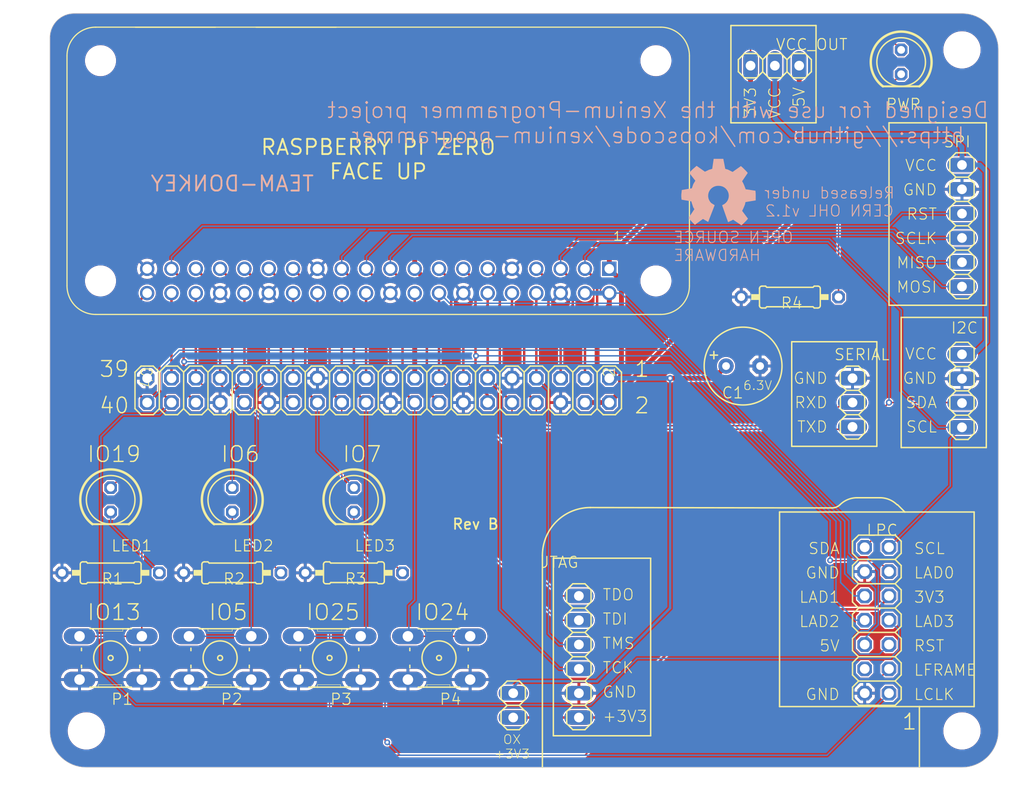
<source format=kicad_pcb>
(kicad_pcb (version 20211014) (generator pcbnew)
  (layers (0 "F.Cu" signal) (31 "B.Cu" signal) (34 "B.Paste" user) (35 "F.Paste" user) (36 "B.SilkS" user "B.Silkscreen") (37 "F.SilkS" user "F.Silkscreen") (38 "B.Mask" user) (39 "F.Mask" user) (44 "Edge.Cuts" user))
  (net 0 "")
  (net 1 "GND")
  (net 2 "+3V3")
  (net 3 "TCK")
  (net 4 "TMS")
  (net 5 "TDO")
  (net 6 "TDI")
  (net 7 "LED1")
  (net 8 "SW_P4")
  (net 9 "SDA")
  (net 10 "SCL")
  (net 11 "MOSI")
  (net 12 "MISO")
  (net 13 "SCLK")
  (net 14 "N$36")
  (net 15 "ICSP_RST")
  (net 16 "VCC_OUT")
  (net 17 "+5V")
  (net 18 "LCLK")
  (net 19 "LFRAME")
  (net 20 "LAD3")
  (net 21 "LAD0")
  (net 22 "LAD2")
  (net 23 "LAD1")
  (net 24 "LPC_RST")
  (net 25 "LED3")
  (net 26 "SW_P2")
  (net 27 "SW_P1")
  (net 28 "SW_P3")
  (net 29 "N$2")
  (net 30 "N$1")
  (net 31 "N$3")
  (net 32 "N$4")
  (net 33 "N$5")
  (net 34 "TXD")
  (net 35 "RXD")
  (net 36 "LED2")
  (net 37 "N$6")
  (footprint "xenium-programmer-rpi:0207_10" (layer "F.Cu") (at 118.0211 124.0536)
    (fp_text reference "R2")
    (fp_text value "")
  )
  (footprint "xenium-programmer-rpi:2X07" (layer "F.Cu") (at 185.3311 129.0066 90)
    (fp_text reference "LPC")
    (fp_text value "")
  )
  (footprint "" (layer "F.Cu") (at 194.2211 69.4436)
    (fp_text reference "@HOLE2" hide)
    (fp_text value "")
  )
  (footprint "xenium-programmer-rpi:LED5MM" (layer "F.Cu") (at 105.3211 116.4336 -90)
    (fp_text reference "LED1")
    (fp_text value "")
  )
  (footprint "" (layer "F.Cu") (at 194.2211 140.5636)
    (fp_text reference "@HOLE1" hide)
    (fp_text value "")
  )
  (footprint "xenium-programmer-rpi:LED5MM" (layer "F.Cu") (at 187.8711 70.7136 -90)
    (fp_text reference "PWR")
    (fp_text value "")
  )
  (footprint "xenium-programmer-rpi:LED5MM" (layer "F.Cu") (at 118.0211 116.4336 -90)
    (fp_text reference "LED2")
    (fp_text value "")
  )
  (footprint "xenium-programmer-rpi:1X02" (layer "F.Cu") (at 147.3581 137.8966 -90)
    (fp_text reference "JP1" hide)
    (fp_text value "")
  )
  (footprint "xenium-programmer-rpi:2X20" (layer "F.Cu") (at 133.2611 105.0036 180)
    (fp_text reference "JP3" hide)
    (fp_text value "")
  )
  (footprint "xenium-programmer-rpi:E3,5-8" (layer "F.Cu") (at 171.3611 102.4636)
    (fp_text reference "C1")
    (fp_text value "150µF")
  )
  (footprint "xenium-programmer-rpi:1X03" (layer "F.Cu") (at 182.7911 106.2736 -90)
    (fp_text reference "SERIAL")
    (fp_text value "")
  )
  (footprint "xenium-programmer-rpi:B3F-10XX" (layer "F.Cu") (at 128.1811 132.9436)
    (fp_text reference "P3")
    (fp_text value "B3F-1052" hide)
  )
  (footprint "xenium-programmer-rpi:1X06" (layer "F.Cu") (at 194.2211 87.8136 -90)
    (fp_text reference "SPI")
    (fp_text value "")
  )
  (footprint "xenium-programmer-rpi:0207_10" (layer "F.Cu") (at 176.2506 95.25635)
    (fp_text reference "R4")
    (fp_text value "")
  )
  (footprint "xenium-programmer-rpi:1X06" (layer "F.Cu") (at 154.2161 132.8166 90)
    (fp_text reference "JTAG")
    (fp_text value "")
  )
  (footprint "xenium-programmer-rpi:B3F-10XX" (layer "F.Cu") (at 116.7511 132.9436)
    (fp_text reference "P2")
    (fp_text value "B3F-1052" hide)
  )
  (footprint "xenium-programmer-rpi:1X03" (layer "F.Cu") (at 174.6811 71.0936)
    (fp_text reference "VCC_OUT")
    (fp_text value "")
  )
  (footprint "xenium-programmer-rpi:1X04" (layer "F.Cu") (at 194.2211 105.0536 -90)
    (fp_text reference "I2C")
    (fp_text value "")
  )
  (footprint "xenium-programmer-rpi:LED5MM" (layer "F.Cu") (at 130.7211 116.4336 -90)
    (fp_text reference "LED3")
    (fp_text value "")
  )
  (footprint "xenium-programmer-rpi:B3F-10XX" (layer "F.Cu") (at 139.6111 132.9436)
    (fp_text reference "P4")
    (fp_text value "B3F-1052" hide)
  )
  (footprint "xenium-programmer-rpi:0207_10" (layer "F.Cu") (at 105.3211 124.0536)
    (fp_text reference "R1")
    (fp_text value "")
  )
  (footprint "xenium-programmer-rpi:ADA3708_RPI-ZERO" (layer "F.Cu") (at 133.2611 93.5736 180)
    (fp_text reference "RPI_ZERO" hide)
    (fp_text value "ADA3708" hide)
  )
  (footprint "" (layer "F.Cu") (at 102.7811 140.5636)
    (fp_text reference "@HOLE0" hide)
    (fp_text value "")
  )
  (footprint "xenium-programmer-rpi:B3F-10XX" (layer "F.Cu") (at 105.3211 132.9436)
    (fp_text reference "P1")
    (fp_text value "B3F-1052" hide)
  )
  (footprint "xenium-programmer-rpi:0207_10" (layer "F.Cu") (at 130.7211 124.0536)
    (fp_text reference "R3")
    (fp_text value "")
  )
  (footprint "xenium-programmer-rpi:OSHW_8MM" (layer "B.Cu") (at 168.8211 84.6836 180)
    (fp_text reference "GOLD_ORB_SM1" hide)
    (fp_text value "OSHWLOGOLOGO8MM" hide)
  )
  (gr_line (start 189.7761 138.0236) (end 175.1711 138.0236) (layer "F.SilkS") (width 0.1524))
  (gr_line (start 180.64809 117.27985) (end 155.414218 117.237975) (layer "F.SilkS") (width 0.1524))
  (gr_line (start 186.6011 77.0636) (end 186.6011 96.1136) (layer "F.SilkS") (width 0.1524))
  (gr_line (start 189.7761 138.0236) (end 189.7761 144.3736) (layer "F.SilkS") (width 0.1524))
  (gr_line (start 151.5491 141.0716) (end 161.7091 141.0716) (layer "F.SilkS") (width 0.1524))
  (gr_line (start 196.7611 96.1136) (end 196.7611 77.0636) (layer "F.SilkS") (width 0.1524))
  (gr_line (start 178.9811 77.0636) (end 178.9811 66.9036) (layer "F.SilkS") (width 0.1524))
  (gr_line (start 161.7091 122.5296) (end 151.5491 122.5296) (layer "F.SilkS") (width 0.1524))
  (gr_line (start 151.5491 122.5296) (end 151.5491 141.0716) (layer "F.SilkS") (width 0.1524))
  (gr_line (start 170.0911 77.0636) (end 178.9811 77.0636) (layer "F.SilkS") (width 0.1524))
  (gr_line (start 195.4911 117.7036) (end 195.4911 138.0236) (layer "F.SilkS") (width 0.1524))
  (gr_line (start 176.4411 110.8456) (end 176.4411 99.9236) (layer "F.SilkS") (width 0.1524))
  (gr_line (start 178.9811 66.9036) (end 170.0911 66.9036) (layer "F.SilkS") (width 0.1524))
  (gr_line (start 185.660681 116.213666) (end 183.266837 116.213666) (layer "F.SilkS") (width 0.1524))
  (gr_line (start 161.7091 141.0716) (end 161.7091 122.5296) (layer "F.SilkS") (width 0.1524))
  (gr_line (start 188.2521 117.7036) (end 195.4911 117.7036) (layer "F.SilkS") (width 0.1524))
  (gr_line (start 175.1711 117.7036) (end 188.2521 117.7036) (layer "F.SilkS") (width 0.1524))
  (gr_arc (start 181.491703 116.936938) (mid 181.103559 117.19121) (end 180.64809 117.279851) (layer "F.SilkS") (width 0.1524))
  (gr_line (start 175.1711 138.0236) (end 175.1711 117.7036) (layer "F.SilkS") (width 0.1524))
  (gr_line (start 196.7611 97.3836) (end 196.7611 110.9726) (layer "F.SilkS") (width 0.1524))
  (gr_line (start 196.7611 77.0636) (end 186.6011 77.0636) (layer "F.SilkS") (width 0.1524))
  (gr_line (start 150.4061 122.2756) (end 150.4061 144.3736) (layer "F.SilkS") (width 0.1524))
  (gr_line (start 176.4411 99.9236) (end 185.3311 99.9236) (layer "F.SilkS") (width 0.1524))
  (gr_line (start 187.8711 97.3836) (end 196.7611 97.3836) (layer "F.SilkS") (width 0.1524))
  (gr_line (start 170.0911 66.9036) (end 170.0911 77.0636) (layer "F.SilkS") (width 0.1524))
  (gr_arc (start 181.491703 116.936938) (mid 182.308424 116.401424) (end 183.266837 116.213666) (layer "F.SilkS") (width 0.1524))
  (gr_line (start 186.6011 96.1136) (end 196.7611 96.1136) (layer "F.SilkS") (width 0.1524))
  (gr_line (start 195.4911 138.0236) (end 189.7761 138.0236) (layer "F.SilkS") (width 0.1524))
  (gr_arc (start 185.660681 116.213666) (mid 186.628859 116.405425) (end 187.45085 116.95175) (layer "F.SilkS") (width 0.1524))
  (gr_line (start 185.3311 110.8456) (end 185.3311 99.9236) (layer "F.SilkS") (width 0.1524))
  (gr_arc (start 150.405919 122.237969) (mid 151.87331 118.699492) (end 155.414218 117.237975) (layer "F.SilkS") (width 0.1524))
  (gr_line (start 187.4901 116.9416) (end 188.2521 117.7036) (layer "F.SilkS") (width 0.1524))
  (gr_line (start 196.7611 110.9726) (end 187.8711 110.9726) (layer "F.SilkS") (width 0.1524))
  (gr_line (start 187.8711 110.9726) (end 187.8711 97.3836) (layer "F.SilkS") (width 0.1524))
  (gr_line (start 176.4411 110.8456) (end 185.3311 110.8456) (layer "F.SilkS") (width 0.1524))
  (gr_arc (start 198.0311 140.5636) (mid 196.915177 143.257677) (end 194.2211 144.3736) (layer "Edge.Cuts") (width 0.05))
  (gr_arc (start 102.7811 144.3736) (mid 100.087023 143.257677) (end 98.9711 140.5636) (layer "Edge.Cuts") (width 0.05))
  (gr_arc (start 98.9711 68.1736) (mid 99.715049 66.377549) (end 101.5111 65.6336) (layer "Edge.Cuts") (width 0.05))
  (gr_line (start 102.7811 144.3736) (end 194.2211 144.3736) (layer "Edge.Cuts") (width 0.05))
  (gr_line (start 198.0311 140.5636) (end 198.0311 69.4436) (layer "Edge.Cuts") (width 0.05))
  (gr_line (start 98.9711 68.1736) (end 98.9711 140.5636) (layer "Edge.Cuts") (width 0.05))
  (gr_arc (start 194.2211 65.6336) (mid 196.915177 66.749523) (end 198.0311 69.4436) (layer "Edge.Cuts") (width 0.05))
  (gr_line (start 194.2211 65.6336) (end 101.5111 65.6336) (layer "Edge.Cuts") (width 0.05))
  (gr_text "Designed for use with the Xenium-Programmer project\nhttps://github.com/kooscode/xenium-programmer" (at 162.4711 77.0636) (layer "B.SilkS") (effects (font (size 1.63576 1.63576) (thickness 0.14224)) (justify mirror)))
  (gr_text "Released under\nCERN OHL v1.2" (at 180.3781 85.3186) (layer "B.SilkS") (effects (font (size 1.1684 1.1684) (thickness 0.1016)) (justify mirror)))
  (gr_text "TEAM-DONKEY" (at 118.0211 83.4136) (layer "B.SilkS") (effects (font (size 1.58242 1.58242) (thickness 0.19558)) (justify mirror)))
  (gr_text "IO6" (at 116.7511 112.6236) (layer "F.SilkS") (effects (font (size 1.63576 1.63576) (thickness 0.14224)) (justify left bottom)))
  (gr_text "5V" (at 177.2031 73.2536 90) (layer "F.SilkS") (effects (font (size 1.1684 1.1684) (thickness 0.1016)) (justify right)))
  (gr_text "SCL" (at 191.6811 108.8136) (layer "F.SilkS") (effects (font (size 1.1684 1.1684) (thickness 0.1016)) (justify right)))
  (gr_text "40" (at 109.1311 102.4636 90) (layer "F.SilkS") (effects (font (size 1.1684 1.1684) (thickness 0.1016)) (justify right)))
  (gr_text "40" (at 104.0511 107.5436) (layer "F.SilkS") (effects (font (size 1.63576 1.63576) (thickness 0.14224)) (justify left bottom)))
  (gr_text "1" (at 187.8711 140.5636) (layer "F.SilkS") (effects (font (size 1.63576 1.63576) (thickness 0.14224)) (justify left bottom)))
  (gr_text "39" (at 104.0511 103.7336) (layer "F.SilkS") (effects (font (size 1.63576 1.63576) (thickness 0.14224)) (justify left bottom)))
  (gr_text "LFRAME" (at 189.1411 134.2136) (layer "F.SilkS") (effects (font (size 1.1684 1.1684) (thickness 0.1016)) (justify left)))
  (gr_text "IO25" (at 125.6411 129.1336) (layer "F.SilkS") (effects (font (size 1.63576 1.63576) (thickness 0.14224)) (justify left bottom)))
  (gr_text "LAD1" (at 181.5211 126.5936) (layer "F.SilkS") (effects (font (size 1.1684 1.1684) (thickness 0.1016)) (justify right)))
  (gr_text "GND" (at 181.5211 136.7536) (layer "F.SilkS") (effects (font (size 1.1684 1.1684) (thickness 0.1016)) (justify right)))
  (gr_text "RST" (at 189.1411 131.6736) (layer "F.SilkS") (effects (font (size 1.1684 1.1684) (thickness 0.1016)) (justify left)))
  (gr_text "3V3" (at 189.1411 126.5936) (layer "F.SilkS") (effects (font (size 1.1684 1.1684) (thickness 0.1016)) (justify left)))
  (gr_text "3V3" (at 172.1231 73.2536 90) (layer "F.SilkS") (effects (font (size 1.1684 1.1684) (thickness 0.1016)) (justify right)))
  (gr_text "SDA" (at 191.6811 106.2736) (layer "F.SilkS") (effects (font (size 1.1684 1.1684) (thickness 0.1016)) (justify right)))
  (gr_text "IO7" (at 129.4511 112.6236) (layer "F.SilkS") (effects (font (size 1.63576 1.63576) (thickness 0.14224)) (justify left bottom)))
  (gr_text "LAD2" (at 181.5211 129.1336) (layer "F.SilkS") (effects (font (size 1.1684 1.1684) (thickness 0.1016)) (justify right)))
  (gr_text "TCK" (at 156.6291 133.9596) (layer "F.SilkS") (effects (font (size 1.1684 1.1684) (thickness 0.1016)) (justify left)))
  (gr_text "SCLK" (at 191.6811 89.1286) (layer "F.SilkS") (effects (font (size 1.1684 1.1684) (thickness 0.1016)) (justify right)))
  (gr_text "SCL" (at 189.1411 121.5136) (layer "F.SilkS") (effects (font (size 1.1684 1.1684) (thickness 0.1016)) (justify left)))
  (gr_text "TXD" (at 180.2511 108.8136) (layer "F.SilkS") (effects (font (size 1.1684 1.1684) (thickness 0.1016)) (justify right)))
  (gr_text "OX\n+3V3" (at 147.2311 142.2146) (layer "F.SilkS") (effects (font (size 0.93472 0.93472) (thickness 0.08128))))
  (gr_text "IO24" (at 137.0711 129.1336) (layer "F.SilkS") (effects (font (size 1.63576 1.63576) (thickness 0.14224)) (justify left bottom)))
  (gr_text "5V" (at 181.5211 131.6736) (layer "F.SilkS") (effects (font (size 1.1684 1.1684) (thickness 0.1016)) (justify right)))
  (gr_text "VCC" (at 191.6811 81.5086) (layer "F.SilkS") (effects (font (size 1.1684 1.1684) (thickness 0.1016)) (justify right)))
  (gr_text "Rev B" (at 143.4211 118.9736) (layer "F.SilkS") (effects (font (size 1.0922 1.0922) (thickness 0.1778))))
  (gr_text "VCC" (at 191.6811 101.1936) (layer "F.SilkS") (effects (font (size 1.1684 1.1684) (thickness 0.1016)) (justify right)))
  (gr_text "GND" (at 191.6811 103.7336) (layer "F.SilkS") (effects (font (size 1.1684 1.1684) (thickness 0.1016)) (justify right)))
  (gr_text "IO19" (at 102.7811 112.6236) (layer "F.SilkS") (effects (font (size 1.63576 1.63576) (thickness 0.14224)) (justify left bottom)))
  (gr_text "RASPBERRY PI ZERO\nFACE UP" (at 133.2611 80.8736) (layer "F.SilkS") (effects (font (size 1.58242 1.58242) (thickness 0.19558))))
  (gr_text "TDI" (at 156.6291 128.8796) (layer "F.SilkS") (effects (font (size 1.1684 1.1684) (thickness 0.1016)) (justify left)))
  (gr_text "LAD0" (at 189.1411 124.0536) (layer "F.SilkS") (effects (font (size 1.1684 1.1684) (thickness 0.1016)) (justify left)))
  (gr_text "6.3V" (at 172.8851 104.4956) (layer "F.SilkS") (effects (font (size 0.93472 0.93472) (thickness 0.08128))))
  (gr_text "IO13" (at 102.7811 129.1336) (layer "F.SilkS") (effects (font (size 1.63576 1.63576) (thickness 0.14224)) (justify left bottom)))
  (gr_text "GND" (at 191.6811 84.0486) (layer "F.SilkS") (effects (font (size 1.1684 1.1684) (thickness 0.1016)) (justify right)))
  (gr_text "GND" (at 180.2511 103.7336) (layer "F.SilkS") (effects (font (size 1.1684 1.1684) (thickness 0.1016)) (justify right)))
  (gr_text "RXD" (at 180.2511 106.2736) (layer "F.SilkS") (effects (font (size 1.1684 1.1684) (thickness 0.1016)) (justify right)))
  (gr_text "TMS" (at 156.6291 131.4196) (layer "F.SilkS") (effects (font (size 1.1684 1.1684) (thickness 0.1016)) (justify left)))
  (gr_text "SDA" (at 181.5211 121.5136) (layer "F.SilkS") (effects (font (size 1.1684 1.1684) (thickness 0.1016)) (justify right)))
  (gr_text "VCC" (at 174.6631 73.2536 90) (layer "F.SilkS") (effects (font (size 1.1684 1.1684) (thickness 0.1016)) (justify right)))
  (gr_text "IO5" (at 115.4811 129.1336) (layer "F.SilkS") (effects (font (size 1.63576 1.63576) (thickness 0.14224)) (justify left bottom)))
  (gr_text "GND" (at 156.6291 136.4996) (layer "F.SilkS") (effects (font (size 1.1684 1.1684) (thickness 0.1016)) (justify left)))
  (gr_text "2" (at 159.9311 107.5436) (layer "F.SilkS") (effects (font (size 1.63576 1.63576) (thickness 0.14224)) (justify left bottom)))
  (gr_text "RST" (at 191.6811 86.5886) (layer "F.SilkS") (effects (font (size 1.1684 1.1684) (thickness 0.1016)) (justify right)))
  (gr_text "+3V3" (at 156.6291 139.0396) (layer "F.SilkS") (effects (font (size 1.1684 1.1684) (thickness 0.1016)) (justify left)))
  (gr_text "LCLK" (at 189.1411 136.7536) (layer "F.SilkS") (effects (font (size 1.1684 1.1684) (thickness 0.1016)) (justify left)))
  (gr_text "MISO" (at 191.6811 91.6686) (layer "F.SilkS") (effects (font (size 1.1684 1.1684) (thickness 0.1016)) (justify right)))
  (gr_text "2" (at 157.3911 102.4636 90) (layer "F.SilkS") (effects (font (size 1.1684 1.1684) (thickness 0.1016)) (justify right)))
  (gr_text "LAD3" (at 189.1411 129.1336) (layer "F.SilkS") (effects (font (size 1.1684 1.1684) (thickness 0.1016)) (justify left)))
  (gr_text "TDO" (at 156.6291 126.3396) (layer "F.SilkS") (effects (font (size 1.1684 1.1684) (thickness 0.1016)) (justify left)))
  (gr_text "GND" (at 181.5211 124.0536) (layer "F.SilkS") (effects (font (size 1.1684 1.1684) (thickness 0.1016)) (justify right)))
  (gr_text "1" (at 159.9311 103.7336) (layer "F.SilkS") (effects (font (size 1.63576 1.63576) (thickness 0.14224)) (justify left bottom)))
  (gr_text "MOSI" (at 191.6811 94.2086) (layer "F.SilkS") (effects (font (size 1.1684 1.1684) (thickness 0.1016)) (justify right)))
  (segment (start 137.0711 92.3036) (end 137.0711 91.0336) (width 0.508) (layer "F.Cu") (net 2))
  (segment (start 158.6611 93.5736) (end 158.6611 102.4636) (width 0.508) (layer "F.Cu") (net 2))
  (segment (start 172.1411 71.0936) (end 172.1411 68.6636) (width 0.1524) (layer "F.Cu") (net 2))
  (segment (start 186.6011 68.1736) (end 187.8711 69.4436) (width 0.1524) (layer "F.Cu") (net 2))
  (segment (start 138.3411 89.7636) (end 157.3911 89.7636) (width 0.508) (layer "F.Cu") (net 2))
  (segment (start 157.3911 92.3036) (end 158.6611 93.5736) (width 0.508) (layer "F.Cu") (net 2))
  (segment (start 168.3131 103.7336) (end 163.7411 103.7336) (width 0.508) (layer "F.Cu") (net 2))
  (segment (start 138.3411 96.1136) (end 138.3411 93.5736) (width 0.508) (layer "F.Cu") (net 2))
  (segment (start 138.3411 89.7636) (end 137.0711 91.0336) (width 0.508) (layer "F.Cu") (net 2))
  (segment (start 172.1411 76.2836) (end 158.6611 89.7636) (width 0.508) (layer "F.Cu") (net 2))
  (segment (start 172.1411 68.6636) (end 172.6311 68.1736) (width 0.1524) (layer "F.Cu") (net 2))
  (segment (start 157.3911 103.7336) (end 158.6611 102.4636) (width 0.508) (layer "F.Cu") (net 2))
  (segment (start 137.0711 103.7336) (end 137.0711 97.3836) (width 0.508) (layer "F.Cu") (net 2))
  (segment (start 157.3911 92.3036) (end 157.3911 89.7636) (width 0.508) (layer "F.Cu") (net 2))
  (segment (start 172.1411 71.0936) (end 172.1411 76.2836) (width 0.508) (layer "F.Cu") (net 2))
  (segment (start 172.6311 68.1736) (end 186.6011 68.1736) (width 0.1524) (layer "F.Cu") (net 2))
  (segment (start 138.3411 93.5736) (end 137.0711 92.3036) (width 0.508) (layer "F.Cu") (net 2))
  (segment (start 169.5831 102.4636) (end 168.3131 103.7336) (width 0.508) (layer "F.Cu") (net 2))
  (segment (start 137.0711 97.3836) (end 138.3411 96.1136) (width 0.508) (layer "F.Cu") (net 2))
  (segment (start 157.3911 89.7636) (end 158.6611 89.7636) (width 0.508) (layer "F.Cu") (net 2))
  (via (at 163.7411 103.7336) (size 0.6548) (drill 0.35) (layers "F.Cu" "B.Cu") (net 2))
  (segment (start 147.3581 136.6266) (end 147.3581 135.9916) (width 0.254) (layer "B.Cu") (net 2))
  (segment (start 163.7411 127.737969) (end 156.097068 135.382) (width 0.254) (layer "B.Cu") (net 2))
  (segment (start 163.7411 103.7336) (end 163.7411 127.737969) (width 0.254) (layer "B.Cu") (net 2))
  (segment (start 156.097068 135.382) (end 147.9677 135.382) (width 0.254) (layer "B.Cu") (net 2))
  (segment (start 147.9677 135.382) (end 147.3581 135.9916) (width 0.254) (layer "B.Cu") (net 2))
  (segment (start 157.3911 103.7336) (end 163.7411 103.7336) (width 0.508) (layer "B.Cu") (net 2))
  (segment (start 144.6911 97.3836) (end 145.9611 96.1136) (width 0.254) (layer "F.Cu") (net 3))
  (segment (start 145.9611 96.1136) (end 145.9611 93.5736) (width 0.254) (layer "F.Cu") (net 3))
  (segment (start 144.6911 103.7336) (end 144.6911 97.3836) (width 0.254) (layer "F.Cu") (net 3))
  (segment (start 145.9611 93.5736) (end 144.6911 92.3036) (width 0.254) (layer "F.Cu") (net 3))
  (segment (start 144.6911 103.7336) (end 145.9611 105.0036) (width 0.1524) (layer "B.Cu") (net 3))
  (segment (start 145.9611 105.0036) (end 145.9611 127.8636) (width 0.1524) (layer "B.Cu") (net 3))
  (segment (start 154.2161 134.0866) (end 152.1841 134.0866) (width 0.1524) (layer "B.Cu") (net 3))
  (segment (start 152.1841 134.0866) (end 145.9611 127.8636) (width 0.1524) (layer "B.Cu") (net 3))
  (segment (start 149.7711 103.7336) (end 149.7711 97.3836) (width 0.254) (layer "F.Cu") (net 4))
  (segment (start 151.0411 96.1136) (end 151.0411 93.5736) (width 0.254) (layer "F.Cu") (net 4))
  (segment (start 149.7711 97.3836) (end 151.0411 96.1136) (width 0.254) (layer "F.Cu") (net 4))
  (segment (start 151.0411 93.5736) (end 149.7711 92.3036) (width 0.254) (layer "F.Cu") (net 4))
  (segment (start 151.0411 105.0036) (end 151.0411 130.4036) (width 0.1524) (layer "B.Cu") (net 4))
  (segment (start 154.2161 131.5466) (end 152.1841 131.5466) (width 0.1524) (layer "B.Cu") (net 4))
  (segment (start 149.7711 103.7336) (end 151.0411 105.0036) (width 0.1524) (layer "B.Cu") (net 4))
  (segment (start 152.1841 131.5466) (end 151.0411 130.4036) (width 0.1524) (layer "B.Cu") (net 4))
  (segment (start 143.4211 96.1136) (end 143.4211 93.5736) (width 0.254) (layer "F.Cu") (net 5))
  (segment (start 147.2311 121.5136) (end 152.1841 126.4666) (width 0.1524) (layer "F.Cu") (net 5))
  (segment (start 143.4211 93.5736) (end 142.1511 92.3036) (width 0.254) (layer "F.Cu") (net 5))
  (segment (start 147.2311 111.3536) (end 147.2311 121.5136) (width 0.1524) (layer "F.Cu") (net 5))
  (segment (start 142.1511 97.3836) (end 143.4211 96.1136) (width 0.254) (layer "F.Cu") (net 5))
  (segment (start 142.1511 103.7336) (end 142.1511 97.3836) (width 0.254) (layer "F.Cu") (net 5))
  (segment (start 143.4211 107.5436) (end 147.2311 111.3536) (width 0.1524) (layer "F.Cu") (net 5))
  (segment (start 143.4211 105.0036) (end 143.4211 107.5436) (width 0.1524) (layer "F.Cu") (net 5))
  (segment (start 142.1511 103.7336) (end 143.4211 105.0036) (width 0.1524) (layer "F.Cu") (net 5))
  (segment (start 152.1841 126.4666) (end 154.2161 126.4666) (width 0.1524) (layer "F.Cu") (net 5))
  (segment (start 140.8811 96.1136) (end 140.8811 93.5736) (width 0.254) (layer "F.Cu") (net 6))
  (segment (start 144.9451 111.7092) (end 144.9451 121.9708) (width 0.1524) (layer "F.Cu") (net 6))
  (segment (start 140.8811 105.0036) (end 140.8811 107.6452) (width 0.1524) (layer "F.Cu") (net 6))
  (segment (start 139.6111 103.7336) (end 139.6111 97.3836) (width 0.254) (layer "F.Cu") (net 6))
  (segment (start 151.9809 129.0066) (end 144.9451 121.9708) (width 0.1524) (layer "F.Cu") (net 6))
  (segment (start 154.2161 129.0066) (end 151.9809 129.0066) (width 0.1524) (layer "F.Cu") (net 6))
  (segment (start 140.8811 107.6452) (end 144.9451 111.7092) (width 0.1524) (layer "F.Cu") (net 6))
  (segment (start 140.8811 93.5736) (end 139.6111 92.3036) (width 0.254) (layer "F.Cu") (net 6))
  (segment (start 139.6111 103.7336) (end 140.8811 105.0036) (width 0.1524) (layer "F.Cu") (net 6))
  (segment (start 139.6111 97.3836) (end 140.8811 96.1136) (width 0.254) (layer "F.Cu") (net 6))
  (segment (start 110.4011 110.0836) (end 112.9411 110.0836) (width 0.1524) (layer "F.Cu") (net 7))
  (segment (start 115.4811 107.5436) (end 115.4811 105.0036) (width 0.1524) (layer "F.Cu") (net 7))
  (segment (start 112.9411 110.0836) (end 115.4811 107.5436) (width 0.1524) (layer "F.Cu") (net 7))
  (segment (start 114.2111 97.3836) (end 115.4811 96.1136) (width 0.254) (layer "F.Cu") (net 7))
  (segment (start 114.2111 103.7336) (end 114.2111 97.3836) (width 0.254) (layer "F.Cu") (net 7))
  (segment (start 105.3211 115.1636) (end 110.4011 110.0836) (width 0.1524) (layer "F.Cu") (net 7))
  (segment (start 115.4811 96.1136) (end 115.4811 93.5736) (width 0.254) (layer "F.Cu") (net 7))
  (segment (start 115.4811 93.5736) (end 114.2111 92.3036) (width 0.254) (layer "F.Cu") (net 7))
  (segment (start 115.4811 105.0036) (end 114.2111 103.7336) (width 0.1524) (layer "F.Cu") (net 7))
  (segment (start 137.0711 96.1136) (end 135.8011 97.3836) (width 0.254) (layer "F.Cu") (net 8))
  (segment (start 136.3599 130.683) (end 142.8623 130.683) (width 0.1524) (layer "F.Cu") (net 8))
  (segment (start 137.0711 96.1136) (end 137.0711 94.8436) (width 0.254) (layer "F.Cu") (net 8))
  (segment (start 135.8011 105.0036) (end 135.8011 97.3836) (width 0.254) (layer "F.Cu") (net 8))
  (segment (start 137.0711 106.2736) (end 135.8011 105.0036) (width 0.254) (layer "F.Cu") (net 8))
  (segment (start 136.4615 130.556) (end 136.3599 130.683) (width 0.1524) (layer "B.Cu") (net 8))
  (segment (start 136.4615 127.508) (end 136.4615 130.556) (width 0.1524) (layer "B.Cu") (net 8))
  (segment (start 137.0711 106.2736) (end 137.0711 126.8984) (width 0.1524) (layer "B.Cu") (net 8))
  (segment (start 137.0711 126.8984) (end 136.4615 127.508) (width 0.1524) (layer "B.Cu") (net 8))
  (segment (start 194.1711 106.2736) (end 194.2211 106.3236) (width 0.1524) (layer "F.Cu") (net 9))
  (segment (start 156.1211 96.1136) (end 156.1211 93.5736) (width 0.254) (layer "F.Cu") (net 9))
  (segment (start 154.8511 97.3836) (end 156.1211 96.1136) (width 0.254) (layer "F.Cu") (net 9))
  (segment (start 156.1211 93.5736) (end 154.8511 92.3036) (width 0.254) (layer "F.Cu") (net 9))
  (segment (start 154.8511 103.7336) (end 154.8511 97.3836) (width 0.254) (layer "F.Cu") (net 9))
  (segment (start 185.3311 120.1166) (end 185.3311 107.5436) (width 0.1524) (layer "F.Cu") (net 9))
  (segment (start 184.0611 121.3866) (end 185.3311 120.1166) (width 0.1524) (layer "F.Cu") (net 9))
  (segment (start 185.3311 107.5436) (end 186.6011 106.2736) (width 0.1524) (layer "F.Cu") (net 9))
  (segment (start 186.6011 106.2736) (end 194.1711 106.2736) (width 0.1524) (layer "F.Cu") (net 9))
  (via (at 186.6011 106.2736) (size 0.6548) (drill 0.35) (layers "F.Cu" "B.Cu") (net 9))
  (segment (start 180.2511 89.4842) (end 186.6011 95.8342) (width 0.1524) (layer "B.Cu") (net 9))
  (segment (start 156.4005 89.4842) (end 180.2511 89.4842) (width 0.1524) (layer "B.Cu") (net 9))
  (segment (start 186.6011 95.8342) (end 186.6011 106.2736) (width 0.1524) (layer "B.Cu") (net 9))
  (segment (start 156.4005 89.4842) (end 154.8511 91.0336) (width 0.1524) (layer "B.Cu") (net 9))
  (segment (start 154.8511 91.0336) (end 154.8511 92.3036) (width 0.1524) (layer "B.Cu") (net 9))
  (segment (start 153.5811 93.5736) (end 152.3111 92.3036) (width 0.254) (layer "F.Cu") (net 10))
  (segment (start 153.5811 96.1136) (end 153.5811 93.5736) (width 0.254) (layer "F.Cu") (net 10))
  (segment (start 152.3111 103.7336) (end 152.3111 97.3836) (width 0.254) (layer "F.Cu") (net 10))
  (segment (start 152.3111 97.3836) (end 153.5811 96.1136) (width 0.254) (layer "F.Cu") (net 10))
  (segment (start 154.1907 89.154) (end 180.3781 89.154) (width 0.1524) (layer "B.Cu") (net 10))
  (segment (start 180.3781 89.154) (end 187.8711 96.647) (width 0.1524) (layer "B.Cu") (net 10))
  (segment (start 193.0011 110.0836) (end 194.2211 108.8636) (width 0.1524) (layer "B.Cu") (net 10))
  (segment (start 187.8711 105.0036) (end 191.7311 108.8636) (width 0.1524) (layer "B.Cu") (net 10))
  (segment (start 193.0011 114.9866) (end 193.0011 110.0836) (width 0.1524) (layer "B.Cu") (net 10))
  (segment (start 191.7311 108.8636) (end 194.2211 108.8636) (width 0.1524) (layer "B.Cu") (net 10))
  (segment (start 186.6011 121.3866) (end 193.0011 114.9866) (width 0.1524) (layer "B.Cu") (net 10))
  (segment (start 154.1907 89.154) (end 152.3111 91.0336) (width 0.1524) (layer "B.Cu") (net 10))
  (segment (start 152.3111 92.3036) (end 152.3111 91.0336) (width 0.1524) (layer "B.Cu") (net 10))
  (segment (start 187.8711 96.647) (end 187.8711 105.0036) (width 0.1524) (layer "B.Cu") (net 10))
  (segment (start 135.8011 93.5736) (end 134.5311 92.3036) (width 0.254) (layer "F.Cu") (net 11))
  (segment (start 134.5311 97.3836) (end 135.8011 96.1136) (width 0.254) (layer "F.Cu") (net 11))
  (segment (start 134.5311 103.7336) (end 134.5311 97.3836) (width 0.254) (layer "F.Cu") (net 11))
  (segment (start 135.8011 96.1136) (end 135.8011 93.5736) (width 0.254) (layer "F.Cu") (net 11))
  (segment (start 136.8171 88.7984) (end 134.5311 91.0844) (width 0.1524) (layer "B.Cu") (net 11))
  (segment (start 136.8171 88.7984) (end 186.7789 88.7984) (width 0.1524) (layer "B.Cu") (net 11))
  (segment (start 194.2211 94.1636) (end 192.1441 94.1636) (width 0.1524) (layer "B.Cu") (net 11))
  (segment (start 186.7789 88.7984) (end 192.1441 94.1636) (width 0.1524) (layer "B.Cu") (net 11))
  (segment (start 134.5311 92.3036) (end 134.5311 91.0844) (width 0.1524) (layer "B.Cu") (net 11))
  (segment (start 131.9911 97.3836) (end 133.2611 96.1136) (width 0.254) (layer "F.Cu") (net 12))
  (segment (start 133.2611 93.5736) (end 131.9911 92.3036) (width 0.254) (layer "F.Cu") (net 12))
  (segment (start 131.9911 103.7336) (end 131.9911 97.3836) (width 0.254) (layer "F.Cu") (net 12))
  (segment (start 133.2611 96.1136) (end 133.2611 93.5736) (width 0.254) (layer "F.Cu") (net 12))
  (segment (start 134.5819 88.4936) (end 186.9821 88.4936) (width 0.1524) (layer "B.Cu") (net 12))
  (segment (start 190.1121 91.6236) (end 194.2211 91.6236) (width 0.1524) (layer "B.Cu") (net 12))
  (segment (start 132.0419 92.2528) (end 132.0419 91.0336) (width 0.1524) (layer "B.Cu") (net 12))
  (segment (start 132.0419 92.2528) (end 131.9911 92.3036) (width 0.1524) (layer "B.Cu") (net 12))
  (segment (start 132.0419 91.0336) (end 134.5819 88.4936) (width 0.1524) (layer "B.Cu") (net 12))
  (segment (start 186.9821 88.4936) (end 190.1121 91.6236) (width 0.1524) (layer "B.Cu") (net 12))
  (segment (start 129.4511 97.3836) (end 130.7211 96.1136) (width 0.254) (layer "F.Cu") (net 13))
  (segment (start 129.4511 103.7336) (end 129.4511 97.3836) (width 0.254) (layer "F.Cu") (net 13))
  (segment (start 130.7211 93.5736) (end 129.4511 92.3036) (width 0.254) (layer "F.Cu") (net 13))
  (segment (start 130.7211 96.1136) (end 130.7211 93.5736) (width 0.254) (layer "F.Cu") (net 13))
  (segment (start 132.2959 88.1888) (end 187.1853 88.1888) (width 0.1524) (layer "B.Cu") (net 13))
  (segment (start 188.0801 89.0836) (end 194.2211 89.0836) (width 0.1524) (layer "B.Cu") (net 13))
  (segment (start 187.1853 88.1888) (end 188.0801 89.0836) (width 0.1524) (layer "B.Cu") (net 13))
  (segment (start 129.4511 92.3036) (end 129.4511 91.0336) (width 0.1524) (layer "B.Cu") (net 13))
  (segment (start 129.4511 91.0336) (end 132.2959 88.1888) (width 0.1524) (layer "B.Cu") (net 13))
  (segment (start 124.3711 106.2736) (end 123.1011 105.0036) (width 0.254) (layer "F.Cu") (net 14))
  (segment (start 124.3711 96.1136) (end 123.1011 97.3836) (width 0.254) (layer "F.Cu") (net 14))
  (segment (start 123.1011 105.0036) (end 123.1011 97.3836) (width 0.254) (layer "F.Cu") (net 14))
  (segment (start 124.3711 96.1136) (end 124.3711 94.8436) (width 0.254) (layer "F.Cu") (net 14))
  (segment (start 112.9411 93.5736) (end 111.6711 92.3036) (width 0.254) (layer "F.Cu") (net 15))
  (segment (start 111.6711 103.7336) (end 111.6711 97.3836) (width 0.254) (layer "F.Cu") (net 15))
  (segment (start 112.9411 96.1136) (end 112.9411 93.5736) (width 0.254) (layer "F.Cu") (net 15))
  (segment (start 111.6711 97.3836) (end 112.9411 96.1136) (width 0.254) (layer "F.Cu") (net 15))
  (segment (start 186.6381 87.8586) (end 187.9531 86.5436) (width 0.1524) (layer "B.Cu") (net 15))
  (segment (start 111.6711 92.3036) (end 111.6711 91.0844) (width 0.1524) (layer "B.Cu") (net 15))
  (segment (start 111.6711 91.0844) (end 114.8969 87.8586) (width 0.1524) (layer "B.Cu") (net 15))
  (segment (start 187.9531 86.5436) (end 194.2211 86.5436) (width 0.1524) (layer "B.Cu") (net 15))
  (segment (start 114.8969 87.8586) (end 186.6381 87.8586) (width 0.1524) (layer "B.Cu") (net 15))
  (segment (start 174.6811 76.5736) (end 176.4411 78.3336) (width 0.508) (layer "B.Cu") (net 16))
  (segment (start 195.4411 101.2436) (end 194.2211 101.2436) (width 0.508) (layer "B.Cu") (net 16))
  (segment (start 176.4411 78.3336) (end 192.9511 78.3336) (width 0.508) (layer "B.Cu") (net 16))
  (segment (start 194.2211 79.6036) (end 194.2211 81.4636) (width 0.508) (layer "B.Cu") (net 16))
  (segment (start 196.0811 81.4636) (end 196.7611 82.1436) (width 0.508) (layer "B.Cu") (net 16))
  (segment (start 192.9511 78.3336) (end 194.2211 79.6036) (width 0.508) (layer "B.Cu") (net 16))
  (segment (start 196.7611 99.9236) (end 195.4411 101.2436) (width 0.508) (layer "B.Cu") (net 16))
  (segment (start 196.7611 82.1436) (end 196.7611 99.9236) (width 0.508) (layer "B.Cu") (net 16))
  (segment (start 174.6811 71.0936) (end 174.6811 76.5736) (width 0.508) (layer "B.Cu") (net 16))
  (segment (start 194.2211 81.4636) (end 196.0811 81.4636) (width 0.508) (layer "B.Cu") (net 16))
  (segment (start 157.3911 96.1136) (end 156.1211 97.3836) (width 0.508) (layer "F.Cu") (net 17))
  (segment (start 157.3911 106.2736) (end 177.2211 86.4436) (width 0.508) (layer "F.Cu") (net 17))
  (segment (start 156.1211 97.3836) (end 156.1211 106.2736) (width 0.508) (layer "F.Cu") (net 17))
  (segment (start 154.8511 106.2736) (end 156.1211 106.2736) (width 0.508) (layer "F.Cu") (net 17))
  (segment (start 156.1211 106.2736) (end 157.3911 106.2736) (width 0.508) (layer "F.Cu") (net 17))
  (segment (start 157.3911 96.1136) (end 157.3911 94.8436) (width 0.508) (layer "F.Cu") (net 17))
  (segment (start 177.2211 86.4436) (end 177.2211 71.0936) (width 0.508) (layer "F.Cu") (net 17))
  (segment (start 185.4835 123.8504) (end 185.4835 129.4892) (width 0.1524) (layer "B.Cu") (net 17))
  (segment (start 154.8511 94.8436) (end 157.3911 94.8436) (width 0.508) (layer "B.Cu") (net 17))
  (segment (start 182.4101 118.6434) (end 182.4101 121.9962) (width 0.1524) (layer "B.Cu") (net 17))
  (segment (start 157.3911 94.8436) (end 158.6103 94.8436) (width 0.1524) (layer "B.Cu") (net 17))
  (segment (start 184.2389 122.6058) (end 185.4835 123.8504) (width 0.1524) (layer "B.Cu") (net 17))
  (segment (start 185.4835 129.4892) (end 184.0611 130.9116) (width 0.1524) (layer "B.Cu") (net 17))
  (segment (start 183.0197 122.6058) (end 184.2389 122.6058) (width 0.1524) (layer "B.Cu") (net 17))
  (segment (start 182.4101 118.6434) (end 158.6103 94.8436) (width 0.1524) (layer "B.Cu") (net 17))
  (segment (start 184.0611 131.5466) (end 184.0611 130.9116) (width 0.1524) (layer "B.Cu") (net 17))
  (segment (start 182.4101 121.9962) (end 183.0197 122.6058) (width 0.1524) (layer "B.Cu") (net 17))
  (segment (start 134.2009 141.7574) (end 133.9723 141.5288) (width 0.1524) (layer "F.Cu") (net 18))
  (segment (start 129.4511 106.2736) (end 129.4511 120.0404) (width 0.1524) (layer "F.Cu") (net 18))
  (segment (start 133.9723 124.5616) (end 133.9723 141.5288) (width 0.1524) (layer "F.Cu") (net 18))
  (segment (start 129.4511 96.1136) (end 129.4511 94.8436) (width 0.254) (layer "F.Cu") (net 18))
  (segment (start 129.4511 120.0404) (end 133.9723 124.5616) (width 0.1524) (layer "F.Cu") (net 18))
  (segment (start 128.1811 105.0036) (end 128.1811 97.3836) (width 0.254) (layer "F.Cu") (net 18))
  (segment (start 129.4511 106.2736) (end 128.1811 105.0036) (width 0.254) (layer "F.Cu") (net 18))
  (segment (start 129.4511 96.1136) (end 128.1811 97.3836) (width 0.254) (layer "F.Cu") (net 18))
  (via (at 134.2009 141.7574) (size 0.6096) (drill 0.3048) (layers "F.Cu" "B.Cu") (net 18))
  (segment (start 135.5471 143.1036) (end 180.1241 143.1036) (width 0.1524) (layer "B.Cu") (net 18))
  (segment (start 134.2009 141.7574) (end 135.5471 143.1036) (width 0.1524) (layer "B.Cu") (net 18))
  (segment (start 180.1241 143.1036) (end 186.6011 136.6266) (width 0.1524) (layer "B.Cu") (net 18))
  (segment (start 119.2911 106.2736) (end 118.0211 105.0036) (width 0.254) (layer "F.Cu") (net 19))
  (segment (start 118.0211 105.0036) (end 118.0211 97.3836) (width 0.254) (layer "F.Cu") (net 19))
  (segment (start 119.2911 96.1136) (end 119.2911 94.8436) (width 0.254) (layer "F.Cu") (net 19))
  (segment (start 128.1811 115.1636) (end 119.2911 106.2736) (width 0.1524) (layer "F.Cu") (net 19))
  (segment (start 130.7211 143.1036) (end 128.1811 140.5636) (width 0.1524) (layer "F.Cu") (net 19))
  (segment (start 128.1811 140.5636) (end 128.1811 115.1636) (width 0.1524) (layer "F.Cu") (net 19))
  (segment (start 185.2041 135.4836) (end 186.6011 134.0866) (width 0.1524) (layer "F.Cu") (net 19))
  (segment (start 162.4711 135.4836) (end 154.8511 143.1036) (width 0.1524) (layer "F.Cu") (net 19))
  (segment (start 154.8511 143.1036) (end 130.7211 143.1036) (width 0.1524) (layer "F.Cu") (net 19))
  (segment (start 162.4711 135.4836) (end 185.2041 135.4836) (width 0.1524) (layer "F.Cu") (net 19))
  (segment (start 119.2911 96.1136) (end 118.0211 97.3836) (width 0.254) (layer "F.Cu") (net 19))
  (segment (start 110.4011 105.0036) (end 110.4011 97.3836) (width 0.254) (layer "F.Cu") (net 20))
  (segment (start 111.6711 96.1136) (end 110.4011 97.3836) (width 0.254) (layer "F.Cu") (net 20))
  (segment (start 111.6711 96.1136) (end 111.6711 94.8436) (width 0.254) (layer "F.Cu") (net 20))
  (segment (start 111.6711 106.2736) (end 110.4011 105.0036) (width 0.254) (layer "F.Cu") (net 20))
  (segment (start 186.7027 132.9944) (end 187.6171 132.08) (width 0.1524) (layer "B.Cu") (net 20))
  (segment (start 186.6011 129.0066) (end 187.6171 130.0226) (width 0.1524) (layer "B.Cu") (net 20))
  (segment (start 104.3051 109.8296) (end 104.3051 134.2136) (width 0.1524) (layer "B.Cu") (net 20))
  (segment (start 155.4353 137.8458) (end 107.9373 137.8458) (width 0.1524) (layer "B.Cu") (net 20))
  (segment (start 160.2867 132.9944) (end 186.7027 132.9944) (width 0.1524) (layer "B.Cu") (net 20))
  (segment (start 111.6711 106.2736) (end 110.4011 107.5436) (width 0.1524) (layer "B.Cu") (net 20))
  (segment (start 106.5911 107.5436) (end 104.3051 109.8296) (width 0.1524) (layer "B.Cu") (net 20))
  (segment (start 110.4011 107.5436) (end 106.5911 107.5436) (width 0.1524) (layer "B.Cu") (net 20))
  (segment (start 187.6171 130.0226) (end 187.6171 130.4036) (width 0.1524) (layer "B.Cu") (net 20))
  (segment (start 160.2867 132.9944) (end 155.4353 137.8458) (width 0.1524) (layer "B.Cu") (net 20))
  (segment (start 187.6171 132.08) (end 187.6171 130.4036) (width 0.1524) (layer "B.Cu") (net 20))
  (segment (start 104.3051 134.2136) (end 107.9373 137.8458) (width 0.1524) (layer "B.Cu") (net 20))
  (segment (start 114.2111 96.1136) (end 114.2111 94.8436) (width 0.254) (layer "F.Cu") (net 21))
  (segment (start 185.3311 122.7836) (end 180.4797 122.7836) (width 0.1524) (layer "F.Cu") (net 21))
  (segment (start 112.9919 102.0064) (end 112.9411 102.0064) (width 0.1524) (layer "F.Cu") (net 21))
  (segment (start 114.2111 106.2736) (end 112.9411 105.0036) (width 0.254) (layer "F.Cu") (net 21))
  (segment (start 186.6011 123.9266) (end 185.4581 122.7836) (width 0.1524) (layer "F.Cu") (net 21))
  (segment (start 114.2111 96.1136) (end 112.9411 97.3836) (width 0.254) (layer "F.Cu") (net 21))
  (segment (start 185.4581 122.7836) (end 185.3311 122.7836) (width 0.1524) (layer "F.Cu") (net 21))
  (segment (start 112.9411 102.0064) (end 112.9411 97.3836) (width 0.254) (layer "F.Cu") (net 21))
  (segment (start 112.9411 105.0036) (end 112.9411 102.0064) (width 0.254) (layer "F.Cu") (net 21))
  (segment (start 180.4543 122.7582) (end 180.4797 122.7836) (width 0.1524) (layer "F.Cu") (net 21))
  (via (at 180.4543 122.7582) (size 0.6096) (drill 0.3048) (layers "F.Cu" "B.Cu") (net 21))
  (via (at 112.9919 102.0064) (size 0.6096) (drill 0.3048) (layers "F.Cu" "B.Cu") (net 21))
  (segment (start 163.8681 102.0064) (end 180.4543 118.5926) (width 0.1524) (layer "B.Cu") (net 21))
  (segment (start 112.9919 102.0064) (end 163.8681 102.0064) (width 0.1524) (layer "B.Cu") (net 21))
  (segment (start 180.4543 118.5926) (end 180.4543 122.7582) (width 0.1524) (layer "B.Cu") (net 21))
  (segment (start 143.4211 101.3968) (end 143.4211 97.3836) (width 0.254) (layer "F.Cu") (net 22))
  (segment (start 144.6911 96.1136) (end 143.4211 97.3836) (width 0.254) (layer "F.Cu") (net 22))
  (segment (start 144.6911 106.2736) (end 144.6911 105.5116) (width 0.254) (layer "F.Cu") (net 22))
  (segment (start 143.4211 104.2416) (end 143.4211 101.3968) (width 0.254) (layer "F.Cu") (net 22))
  (segment (start 143.4719 101.3968) (end 143.4211 101.3968) (width 0.1524) (layer "F.Cu") (net 22))
  (segment (start 144.6911 105.5116) (end 143.4211 104.2416) (width 0.254) (layer "F.Cu") (net 22))
  (segment (start 144.6911 96.1136) (end 144.6911 94.8436) (width 0.254) (layer "F.Cu") (net 22))
  (via (at 143.4719 101.3968) (size 0.6096) (drill 0.3048) (layers "F.Cu" "B.Cu") (net 22))
  (segment (start 184.0611 129.0066) (end 183.1213 129.0066) (width 0.1524) (layer "B.Cu") (net 22))
  (segment (start 163.7919 101.3968) (end 181.0639 118.6688) (width 0.1524) (layer "B.Cu") (net 22))
  (segment (start 181.0639 118.6688) (end 181.0639 126.9492) (width 0.1524) (layer "B.Cu") (net 22))
  (segment (start 183.1213 129.0066) (end 183.0197 128.905) (width 0.1524) (layer "B.Cu") (net 22))
  (segment (start 143.4719 101.3968) (end 163.7919 101.3968) (width 0.1524) (layer "B.Cu") (net 22))
  (segment (start 183.0197 128.905) (end 181.0639 126.9492) (width 0.1524) (layer "B.Cu") (net 22))
  (segment (start 109.1311 106.2736) (end 107.8611 105.0036) (width 0.254) (layer "F.Cu") (net 23))
  (segment (start 107.8611 96.1136) (end 109.1311 94.8436) (width 0.254) (layer "F.Cu") (net 23))
  (segment (start 107.8611 105.0036) (end 107.8611 96.1136) (width 0.254) (layer "F.Cu") (net 23))
  (segment (start 112.4839 100.8126) (end 163.6395 100.8126) (width 0.1524) (layer "B.Cu") (net 23))
  (segment (start 109.1819 106.2736) (end 109.1311 106.2736) (width 0.1524) (layer "B.Cu") (net 23))
  (segment (start 182.9435 126.4666) (end 182.9308 126.4539) (width 0.1524) (layer "B.Cu") (net 23))
  (segment (start 163.6395 100.8126) (end 181.5465 118.7196) (width 0.1524) (layer "B.Cu") (net 23))
  (segment (start 110.3757 102.9208) (end 112.4839 100.8126) (width 0.1524) (layer "B.Cu") (net 23))
  (segment (start 184.0611 126.4666) (end 182.9435 126.4666) (width 0.1524) (layer "B.Cu") (net 23))
  (segment (start 109.1819 106.2736) (end 110.3757 105.0798) (width 0.1524) (layer "B.Cu") (net 23))
  (segment (start 182.9308 126.4539) (end 181.5465 125.0696) (width 0.1524) (layer "B.Cu") (net 23))
  (segment (start 181.5465 118.7196) (end 181.5465 125.0696) (width 0.1524) (layer "B.Cu") (net 23))
  (segment (start 110.3757 105.0798) (end 110.3757 102.9208) (width 0.1524) (layer "B.Cu") (net 23))
  (segment (start 139.6111 106.2736) (end 138.3411 105.0036) (width 0.254) (layer "F.Cu") (net 24))
  (segment (start 139.6111 96.1136) (end 138.3411 97.3836) (width 0.254) (layer "F.Cu") (net 24))
  (segment (start 138.3411 105.0036) (end 138.3411 97.3836) (width 0.254) (layer "F.Cu") (net 24))
  (segment (start 139.6111 96.1136) (end 139.6111 94.8436) (width 0.254) (layer "F.Cu") (net 24))
  (segment (start 183.0451 130.7592) (end 183.0451 132.08) (width 0.1524) (layer "B.Cu") (net 24))
  (segment (start 183.5023 132.5372) (end 185.6105 132.5372) (width 0.1524) (layer "B.Cu") (net 24))
  (segment (start 139.6619 94.8436) (end 139.6111 94.8436) (width 0.1524) (layer "B.Cu") (net 24))
  (segment (start 183.7055 130.0988) (end 183.0451 130.7592) (width 0.1524) (layer "B.Cu") (net 24))
  (segment (start 139.6619 94.8436) (end 140.7287 95.9104) (width 0.1524) (layer "B.Cu") (net 24))
  (segment (start 159.2199 95.9104) (end 181.9783 118.6688) (width 0.1524) (layer "B.Cu") (net 24))
  (segment (start 185.6105 132.5372) (end 186.6011 131.5466) (width 0.1524) (layer "B.Cu") (net 24))
  (segment (start 140.7287 95.9104) (end 159.2199 95.9104) (width 0.1524) (layer "B.Cu") (net 24))
  (segment (start 183.0451 132.08) (end 183.5023 132.5372) (width 0.1524) (layer "B.Cu") (net 24))
  (segment (start 181.9783 118.6688) (end 181.9783 124.1552) (width 0.1524) (layer "B.Cu") (net 24))
  (segment (start 181.9783 124.1552) (end 182.9943 125.1712) (width 0.1524) (layer "B.Cu") (net 24))
  (segment (start 184.5945 125.1712) (end 185.1787 125.7554) (width 0.1524) (layer "B.Cu") (net 24))
  (segment (start 185.1787 129.3368) (end 184.4167 130.0988) (width 0.1524) (layer "B.Cu") (net 24))
  (segment (start 184.4167 130.0988) (end 183.7055 130.0988) (width 0.1524) (layer "B.Cu") (net 24))
  (segment (start 185.1787 125.7554) (end 185.1787 129.3368) (width 0.1524) (layer "B.Cu") (net 24))
  (segment (start 182.9943 125.1712) (end 184.5945 125.1712) (width 0.1524) (layer "B.Cu") (net 24))
  (segment (start 126.9111 96.1136) (end 125.6411 97.3836) (width 0.254) (layer "F.Cu") (net 25))
  (segment (start 126.9111 106.2736) (end 125.6411 105.0036) (width 0.254) (layer "F.Cu") (net 25))
  (segment (start 126.9111 96.1136) (end 126.9111 94.8436) (width 0.254) (layer "F.Cu") (net 25))
  (segment (start 125.6411 105.0036) (end 125.6411 97.3836) (width 0.254) (layer "F.Cu") (net 25))
  (segment (start 126.9111 106.2736) (end 126.9111 111.3536) (width 0.1524) (layer "B.Cu") (net 25))
  (segment (start 126.9111 111.3536) (end 130.7211 115.1636) (width 0.1524) (layer "B.Cu") (net 25))
  (segment (start 123.1011 96.1136) (end 123.1011 93.5736) (width 0.254) (layer "F.Cu") (net 26))
  (segment (start 121.8311 97.3836) (end 123.1011 96.1136) (width 0.254) (layer "F.Cu") (net 26))
  (segment (start 121.8311 103.7336) (end 121.8311 97.3836) (width 0.254) (layer "F.Cu") (net 26))
  (segment (start 123.1011 93.5736) (end 121.8311 92.3036) (width 0.254) (layer "F.Cu") (net 26))
  (segment (start 120.5611 111.3536) (end 120.5611 105.0036) (width 0.1524) (layer "B.Cu") (net 26))
  (segment (start 113.4999 130.683) (end 120.0023 130.683) (width 0.1524) (layer "B.Cu") (net 26))
  (segment (start 120.5611 105.0036) (end 121.8311 103.7336) (width 0.1524) (layer "B.Cu") (net 26))
  (segment (start 120.0023 130.683) (end 120.0023 111.9124) (width 0.1524) (layer "B.Cu") (net 26))
  (segment (start 120.0023 111.9124) (end 120.5611 111.3536) (width 0.1524) (layer "B.Cu") (net 26))
  (segment (start 118.0211 106.9086) (end 118.0211 105.6386) (width 0.1524) (layer "F.Cu") (net 27))
  (segment (start 118.0211 96.1136) (end 116.7511 97.3836) (width 0.254) (layer "F.Cu") (net 27))
  (segment (start 118.0211 93.5736) (end 118.0211 96.1136) (width 0.254) (layer "F.Cu") (net 27))
  (segment (start 102.0699 130.683) (end 108.5723 130.683) (width 0.1524) (layer "F.Cu") (net 27))
  (segment (start 116.7511 97.3836) (end 116.7511 103.7336) (width 0.254) (layer "F.Cu") (net 27))
  (segment (start 116.7511 104.3686) (end 116.7511 103.7336) (width 0.1524) (layer "F.Cu") (net 27))
  (segment (start 108.5723 130.683) (end 108.5723 113.1824) (width 0.1524) (layer "F.Cu") (net 27))
  (segment (start 118.0211 105.6386) (end 116.7511 104.3686) (width 0.1524) (layer "F.Cu") (net 27))
  (segment (start 108.5723 113.1824) (end 110.0963 111.6584) (width 0.1524) (layer "F.Cu") (net 27))
  (segment (start 116.7511 92.3036) (end 118.0211 93.5736) (width 0.254) (layer "F.Cu") (net 27))
  (segment (start 113.2713 111.6584) (end 118.0211 106.9086) (width 0.1524) (layer "F.Cu") (net 27))
  (segment (start 110.0963 111.6584) (end 113.2713 111.6584) (width 0.1524) (layer "F.Cu") (net 27))
  (segment (start 131.9911 96.1136) (end 131.9911 94.8436) (width 0.254) (layer "F.Cu") (net 28))
  (segment (start 131.9911 106.2736) (end 130.7211 105.0036) (width 0.254) (layer "F.Cu") (net 28))
  (segment (start 131.9911 96.1136) (end 130.7211 97.3836) (width 0.254) (layer "F.Cu") (net 28))
  (segment (start 130.7211 105.0036) (end 130.7211 97.3836) (width 0.254) (layer "F.Cu") (net 28))
  (segment (start 124.9299 130.683) (end 131.4323 130.683) (width 0.1524) (layer "B.Cu") (net 28))
  (segment (start 131.4323 130.683) (end 131.9911 130.1242) (width 0.1524) (layer "B.Cu") (net 28))
  (segment (start 131.9911 130.1242) (end 131.9911 106.2736) (width 0.1524) (layer "B.Cu") (net 28))
  (segment (start 124.3711 103.7336) (end 124.3711 97.3836) (width 0.254) (layer "F.Cu") (net 29))
  (segment (start 124.3711 97.3836) (end 125.6411 96.1136) (width 0.254) (layer "F.Cu") (net 29))
  (segment (start 125.6411 96.1136) (end 125.6411 93.5736) (width 0.254) (layer "F.Cu") (net 29))
  (segment (start 125.6411 93.5736) (end 124.3711 92.3036) (width 0.254) (layer "F.Cu") (net 29))
  (segment (start 105.3211 118.9736) (end 110.4011 124.0536) (width 0.1524) (layer "B.Cu") (net 30))
  (segment (start 105.3211 117.7036) (end 105.3211 118.9736) (width 0.1524) (layer "B.Cu") (net 30))
  (segment (start 118.0211 118.9736) (end 123.1011 124.0536) (width 0.1524) (layer "F.Cu") (net 31))
  (segment (start 118.0211 117.7036) (end 118.0211 118.9736) (width 0.1524) (layer "F.Cu") (net 31))
  (segment (start 130.7211 117.7036) (end 130.7211 118.9736) (width 0.1524) (layer "F.Cu") (net 32))
  (segment (start 130.7211 118.9736) (end 135.8011 124.0536) (width 0.1524) (layer "F.Cu") (net 32))
  (segment (start 181.3306 78.5241) (end 187.8711 71.9836) (width 0.1524) (layer "F.Cu") (net 33))
  (segment (start 181.3306 95.25635) (end 181.3306 78.5241) (width 0.1524) (layer "F.Cu") (net 33))
  (segment (start 149.7711 106.2736) (end 149.7711 107.5436) (width 0.1524) (layer "F.Cu") (net 34))
  (segment (start 149.7711 96.1136) (end 149.7711 94.8436) (width 0.254) (layer "F.Cu") (net 34))
  (segment (start 148.5011 105.0036) (end 148.5011 97.3836) (width 0.254) (layer "F.Cu") (net 34))
  (segment (start 181.7751 106.2736) (end 179.3621 108.6866) (width 0.1524) (layer "F.Cu") (net 34))
  (segment (start 149.7711 96.1136) (end 148.5011 97.3836) (width 0.254) (layer "F.Cu") (net 34))
  (segment (start 150.9141 108.6866) (end 149.7711 107.5436) (width 0.1524) (layer "F.Cu") (net 34))
  (segment (start 179.3621 108.6866) (end 150.9141 108.6866) (width 0.1524) (layer "F.Cu") (net 34))
  (segment (start 149.7711 106.2736) (end 148.5011 105.0036) (width 0.254) (layer "F.Cu") (net 34))
  (segment (start 181.7751 106.2736) (end 182.7911 106.2736) (width 0.1524) (layer "F.Cu") (net 34))
  (segment (start 148.7551 109.0676) (end 147.2311 107.5436) (width 0.1524) (layer "F.Cu") (net 35))
  (segment (start 147.2311 106.2736) (end 147.2311 107.5436) (width 0.1524) (layer "F.Cu") (net 35))
  (segment (start 147.2311 96.1136) (end 147.2311 94.8436) (width 0.254) (layer "F.Cu") (net 35))
  (segment (start 182.7911 108.8136) (end 182.7911 108.9406) (width 0.1524) (layer "F.Cu") (net 35))
  (segment (start 147.2311 96.1136) (end 145.9611 97.3836) (width 0.254) (layer "F.Cu") (net 35))
  (segment (start 147.2311 106.2736) (end 145.9611 105.0036) (width 0.254) (layer "F.Cu") (net 35))
  (segment (start 182.7911 108.9406) (end 182.6641 109.0676) (width 0.1524) (layer "F.Cu") (net 35))
  (segment (start 182.6641 109.0676) (end 148.7551 109.0676) (width 0.1524) (layer "F.Cu") (net 35))
  (segment (start 145.9611 105.0036) (end 145.9611 97.3836) (width 0.254) (layer "F.Cu") (net 35))
  (segment (start 120.5611 96.1136) (end 120.5611 93.5736) (width 0.254) (layer "F.Cu") (net 36))
  (segment (start 119.2911 97.3836) (end 120.5611 96.1136) (width 0.254) (layer "F.Cu") (net 36))
  (segment (start 120.5611 93.5736) (end 119.2911 92.3036) (width 0.254) (layer "F.Cu") (net 36))
  (segment (start 119.2911 103.7336) (end 119.2911 97.3836) (width 0.254) (layer "F.Cu") (net 36))
  (segment (start 118.0211 105.0036) (end 119.2911 103.7336) (width 0.1524) (layer "B.Cu") (net 36))
  (segment (start 118.0211 115.1636) (end 118.0211 105.0036) (width 0.1524) (layer "B.Cu") (net 36))
  (segment (start 147.3581 139.1666) (end 154.2161 139.1666) (width 0.254) (layer "F.Cu") (net 37))
  (segment (start 185.3311 127.8636) (end 186.6011 126.5936) (width 0.254) (layer "F.Cu") (net 37))
  (segment (start 154.2161 139.1666) (end 156.7561 139.1666) (width 0.254) (layer "F.Cu") (net 37))
  (segment (start 168.0591 127.8636) (end 156.7561 139.1666) (width 0.254) (layer "F.Cu") (net 37))
  (segment (start 186.6011 126.5936) (end 186.6011 126.4666) (width 0.254) (layer "F.Cu") (net 37))
  (segment (start 168.0591 127.8636) (end 185.3311 127.8636) (width 0.254) (layer "F.Cu") (net 37))
  (zone (net 1) (net_name "GND") (layer "F.Cu") (priority 6) (connect_pads (clearance 0.000001)) (min_thickness 0.127) (fill yes (thermal_gap 0.304) (thermal_bridge_width 0.304))
    (polygon (pts (xy 199.4281 145.7706) (xy 100.188495 145.7706) (xy 97.5741 143.156205) (xy 97.5741 64.2366) (xy 199.4281 64.2366)))
  )
  (zone (net 1) (net_name "GND") (layer "B.Cu") (priority 6) (connect_pads (clearance 0.000001)) (min_thickness 0.127) (fill yes (thermal_gap 0.304) (thermal_bridge_width 0.304))
    (polygon (pts (xy 200.6981 65.580995) (xy 200.6981 147.0406) (xy 93.7641 147.0406) (xy 93.7641 66.850995) (xy 96.378495 64.2366) (xy 199.353705 64.2366)))
  )
)
</source>
